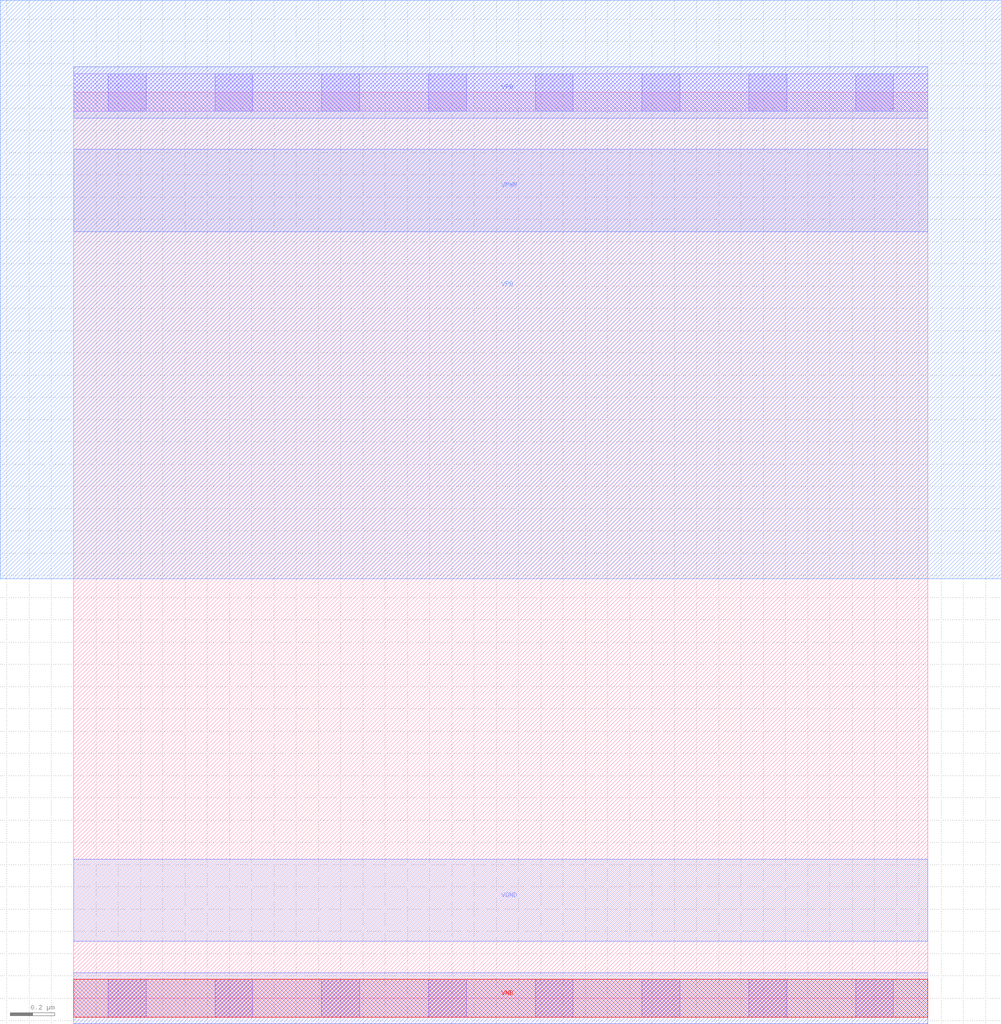
<source format=lef>
# Copyright 2020 The SkyWater PDK Authors
#
# Licensed under the Apache License, Version 2.0 (the "License");
# you may not use this file except in compliance with the License.
# You may obtain a copy of the License at
#
#     https://www.apache.org/licenses/LICENSE-2.0
#
# Unless required by applicable law or agreed to in writing, software
# distributed under the License is distributed on an "AS IS" BASIS,
# WITHOUT WARRANTIES OR CONDITIONS OF ANY KIND, either express or implied.
# See the License for the specific language governing permissions and
# limitations under the License.
#
# SPDX-License-Identifier: Apache-2.0

VERSION 5.7 ;
  NOWIREEXTENSIONATPIN ON ;
  DIVIDERCHAR "/" ;
  BUSBITCHARS "[]" ;
MACRO sky130_fd_sc_hvl__fill_8
  CLASS CORE SPACER ;
  FOREIGN sky130_fd_sc_hvl__fill_8 ;
  ORIGIN  0.000000  0.000000 ;
  SIZE  3.840000 BY  4.070000 ;
  SYMMETRY X Y ;
  SITE unithv ;
  PIN VGND
    DIRECTION INOUT ;
    USE GROUND ;
    PORT
      LAYER met1 ;
        RECT 0.000000 0.255000 3.840000 0.625000 ;
    END
  END VGND
  PIN VNB
    DIRECTION INOUT ;
    USE GROUND ;
    PORT
      LAYER met1 ;
        RECT 0.000000 -0.115000 3.840000 0.115000 ;
      LAYER pwell ;
        RECT 0.000000 -0.085000 3.840000 0.085000 ;
    END
  END VNB
  PIN VPB
    DIRECTION INOUT ;
    USE POWER ;
    PORT
      LAYER met1 ;
        RECT 0.000000 3.955000 3.840000 4.185000 ;
      LAYER nwell ;
        RECT -0.330000 1.885000 4.170000 4.485000 ;
    END
  END VPB
  PIN VPWR
    DIRECTION INOUT ;
    USE POWER ;
    PORT
      LAYER met1 ;
        RECT 0.000000 3.445000 3.840000 3.815000 ;
    END
  END VPWR
  OBS
    LAYER li1 ;
      RECT 0.000000 -0.085000 3.840000 0.085000 ;
      RECT 0.000000  3.985000 3.840000 4.155000 ;
    LAYER mcon ;
      RECT 0.155000 -0.085000 0.325000 0.085000 ;
      RECT 0.155000  3.985000 0.325000 4.155000 ;
      RECT 0.635000 -0.085000 0.805000 0.085000 ;
      RECT 0.635000  3.985000 0.805000 4.155000 ;
      RECT 1.115000 -0.085000 1.285000 0.085000 ;
      RECT 1.115000  3.985000 1.285000 4.155000 ;
      RECT 1.595000 -0.085000 1.765000 0.085000 ;
      RECT 1.595000  3.985000 1.765000 4.155000 ;
      RECT 2.075000 -0.085000 2.245000 0.085000 ;
      RECT 2.075000  3.985000 2.245000 4.155000 ;
      RECT 2.555000 -0.085000 2.725000 0.085000 ;
      RECT 2.555000  3.985000 2.725000 4.155000 ;
      RECT 3.035000 -0.085000 3.205000 0.085000 ;
      RECT 3.035000  3.985000 3.205000 4.155000 ;
      RECT 3.515000 -0.085000 3.685000 0.085000 ;
      RECT 3.515000  3.985000 3.685000 4.155000 ;
  END
END sky130_fd_sc_hvl__fill_8
END LIBRARY

</source>
